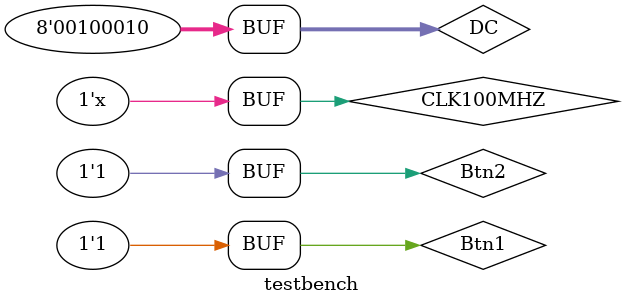
<source format=v>
`timescale 1ns / 1ps

module testbench;
   reg Btn1;
   reg Btn2;
   reg CLK100MHZ;
   reg [7:0] DC;
   
   wire Output;
   
   Top UUT(
    .Output(Output),
    .Btn1(Btn1),
    .Btn2(Btn2),
    .CLK100MHZ(CLK100MHZ),
    .DC(DC)
   );
   
   always @ (Btn2)
        begin
            CLK100MHZ = ~CLK100MHZ;
        end
   
   initial begin
        Btn1 = 0;
        Btn2 = 0;
        DC = 8'b0;
        CLK100MHZ = 1'b0;
        
        #100;
        
        #1000;
        DC = 8'b00100010;
        #1000;
        Btn1 = 1;
        #1000;
        Btn2 = 1;
        #1000;
   end

endmodule

</source>
